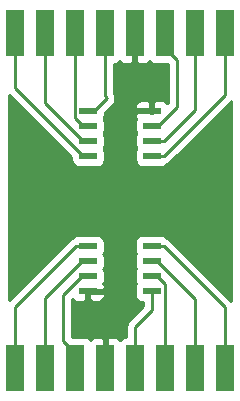
<source format=gbr>
G04 #@! TF.FileFunction,Copper,L1,Top,Signal*
%FSLAX46Y46*%
G04 Gerber Fmt 4.6, Leading zero omitted, Abs format (unit mm)*
G04 Created by KiCad (PCBNEW 4.0.7) date 02/25/19 14:18:28*
%MOMM*%
%LPD*%
G01*
G04 APERTURE LIST*
%ADD10C,0.100000*%
%ADD11R,1.550000X0.600000*%
%ADD12R,1.524000X4.000000*%
%ADD13C,0.600000*%
%ADD14C,0.250000*%
%ADD15C,0.254000*%
G04 APERTURE END LIST*
D10*
D11*
X145776000Y-97231200D03*
X145776000Y-98501200D03*
X145776000Y-99771200D03*
X145776000Y-101041200D03*
X151176000Y-101041200D03*
X151176000Y-99771200D03*
X151176000Y-98501200D03*
X151176000Y-97231200D03*
X151203640Y-89606120D03*
X151203640Y-88336120D03*
X151203640Y-87066120D03*
X151203640Y-85796120D03*
X145803640Y-85796120D03*
X145803640Y-87066120D03*
X145803640Y-88336120D03*
X145803640Y-89606120D03*
D12*
X139583160Y-79202280D03*
X142123160Y-79202280D03*
X144663160Y-79202280D03*
X147203160Y-79202280D03*
X149743160Y-79202280D03*
X152283160Y-79202280D03*
X154823160Y-79202280D03*
X157363160Y-79202280D03*
X157391000Y-107544000D03*
X154851000Y-107544000D03*
X152311000Y-107544000D03*
X149771000Y-107544000D03*
X147231000Y-107544000D03*
X144691000Y-107544000D03*
X142151000Y-107544000D03*
X139611000Y-107544000D03*
D13*
X149743160Y-82270600D03*
X147231000Y-104495600D03*
D14*
X145776000Y-99771200D02*
X145301000Y-99771200D01*
X145301000Y-99771200D02*
X143679000Y-101393200D01*
X143679000Y-101393200D02*
X143679000Y-105294000D01*
X143679000Y-105294000D02*
X144691000Y-106306000D01*
X145776000Y-97231200D02*
X144751000Y-97231200D01*
X144751000Y-97231200D02*
X139611000Y-102371200D01*
X139611000Y-102371200D02*
X139611000Y-105294000D01*
X139611000Y-105294000D02*
X139611000Y-107544000D01*
X149743160Y-83785640D02*
X149743160Y-82270600D01*
X149743160Y-79202280D02*
X149743160Y-82270600D01*
X147231000Y-103046200D02*
X147231000Y-104495600D01*
X147231000Y-104495600D02*
X147231000Y-105294000D01*
X147231000Y-92317802D02*
X147231000Y-104495600D01*
X149743160Y-79202280D02*
X149743160Y-89805642D01*
X149743160Y-89805642D02*
X147231000Y-92317802D01*
X151203640Y-85796120D02*
X151203640Y-85246120D01*
X151203640Y-85246120D02*
X149743160Y-83785640D01*
X145776000Y-101041200D02*
X145776000Y-101591200D01*
X145776000Y-101591200D02*
X147231000Y-103046200D01*
X147231000Y-105294000D02*
X147231000Y-107544000D01*
X151176000Y-99771200D02*
X151651000Y-99771200D01*
X151651000Y-99771200D02*
X152311000Y-100431200D01*
X152311000Y-100431200D02*
X152311000Y-105294000D01*
X152311000Y-105294000D02*
X152311000Y-107544000D01*
X151176000Y-102641120D02*
X149771000Y-104046120D01*
X149771000Y-104046120D02*
X149771000Y-107544000D01*
X151176000Y-101041200D02*
X151176000Y-102641120D01*
X145776000Y-98501200D02*
X145301000Y-98501200D01*
X145301000Y-98501200D02*
X142151000Y-101651200D01*
X142151000Y-101651200D02*
X142151000Y-105294000D01*
X142151000Y-105294000D02*
X142151000Y-107544000D01*
X151176000Y-97231200D02*
X152201000Y-97231200D01*
X152201000Y-97231200D02*
X157391000Y-102421200D01*
X157391000Y-102421200D02*
X157391000Y-105294000D01*
X157391000Y-105294000D02*
X157391000Y-107544000D01*
X151176000Y-98501200D02*
X151651000Y-98501200D01*
X151651000Y-98501200D02*
X154851000Y-101701200D01*
X154851000Y-101701200D02*
X154851000Y-105294000D01*
X154851000Y-105294000D02*
X154851000Y-107544000D01*
X145803640Y-89606120D02*
X145328640Y-89606120D01*
X145328640Y-89606120D02*
X139583160Y-83860640D01*
X139583160Y-83860640D02*
X139583160Y-81452280D01*
X139583160Y-81452280D02*
X139583160Y-79202280D01*
X145803640Y-88336120D02*
X145328640Y-88336120D01*
X145328640Y-88336120D02*
X142123160Y-85130640D01*
X142123160Y-85130640D02*
X142123160Y-81452280D01*
X142123160Y-81452280D02*
X142123160Y-79202280D01*
X145803640Y-87066120D02*
X145328640Y-87066120D01*
X145328640Y-87066120D02*
X144663160Y-86400640D01*
X144663160Y-86400640D02*
X144663160Y-81452280D01*
X144663160Y-81452280D02*
X144663160Y-79202280D01*
X147355560Y-84719200D02*
X147203160Y-84566800D01*
X147203160Y-84566800D02*
X147203160Y-79202280D01*
X145803640Y-85796120D02*
X146278640Y-85796120D01*
X146278640Y-85796120D02*
X147355560Y-84719200D01*
X151203640Y-87066120D02*
X151678640Y-87066120D01*
X151678640Y-87066120D02*
X153295160Y-85449600D01*
X153295160Y-85449600D02*
X153295160Y-81452280D01*
X153295160Y-81452280D02*
X152283160Y-80440280D01*
X151203640Y-88336120D02*
X152228640Y-88336120D01*
X152228640Y-88336120D02*
X154823160Y-85741600D01*
X154823160Y-85741600D02*
X154823160Y-81452280D01*
X154823160Y-81452280D02*
X154823160Y-79202280D01*
X151203640Y-89606120D02*
X152228640Y-89606120D01*
X152228640Y-89606120D02*
X157363160Y-84471600D01*
X157363160Y-84471600D02*
X157363160Y-81452280D01*
X157363160Y-81452280D02*
X157363160Y-79202280D01*
D15*
G36*
X149870160Y-79075280D02*
X149890160Y-79075280D01*
X149890160Y-79329280D01*
X149870160Y-79329280D01*
X149870160Y-81678530D01*
X150028910Y-81837280D01*
X150631469Y-81837280D01*
X150864858Y-81740607D01*
X151015831Y-81589634D01*
X151057070Y-81653721D01*
X151269270Y-81798711D01*
X151521160Y-81849720D01*
X152535160Y-81849720D01*
X152535160Y-85134797D01*
X152521820Y-85148137D01*
X152516967Y-85136421D01*
X152338338Y-84957793D01*
X152104949Y-84861120D01*
X151489390Y-84861120D01*
X151330640Y-85019870D01*
X151330640Y-85669120D01*
X151350640Y-85669120D01*
X151350640Y-85923120D01*
X151330640Y-85923120D01*
X151330640Y-85943120D01*
X151076640Y-85943120D01*
X151076640Y-85923120D01*
X149952390Y-85923120D01*
X149793640Y-86081870D01*
X149793640Y-86222430D01*
X149883446Y-86439242D01*
X149832209Y-86514230D01*
X149781200Y-86766120D01*
X149781200Y-87366120D01*
X149825478Y-87601437D01*
X149889318Y-87700648D01*
X149832209Y-87784230D01*
X149781200Y-88036120D01*
X149781200Y-88636120D01*
X149825478Y-88871437D01*
X149889318Y-88970648D01*
X149832209Y-89054230D01*
X149781200Y-89306120D01*
X149781200Y-89906120D01*
X149825478Y-90141437D01*
X149964550Y-90357561D01*
X150176750Y-90502551D01*
X150428640Y-90553560D01*
X151978640Y-90553560D01*
X152213957Y-90509282D01*
X152430081Y-90370210D01*
X152465000Y-90319105D01*
X152519479Y-90308268D01*
X152766041Y-90143521D01*
X157900561Y-85009001D01*
X157910460Y-84994186D01*
X157910460Y-93403420D01*
X157913000Y-93416189D01*
X157913000Y-101868398D01*
X152738401Y-96693799D01*
X152491839Y-96529052D01*
X152440199Y-96518780D01*
X152415090Y-96479759D01*
X152202890Y-96334769D01*
X151951000Y-96283760D01*
X150401000Y-96283760D01*
X150165683Y-96328038D01*
X149949559Y-96467110D01*
X149804569Y-96679310D01*
X149753560Y-96931200D01*
X149753560Y-97531200D01*
X149797838Y-97766517D01*
X149861678Y-97865728D01*
X149804569Y-97949310D01*
X149753560Y-98201200D01*
X149753560Y-98801200D01*
X149797838Y-99036517D01*
X149861678Y-99135728D01*
X149804569Y-99219310D01*
X149753560Y-99471200D01*
X149753560Y-100071200D01*
X149797838Y-100306517D01*
X149861678Y-100405728D01*
X149804569Y-100489310D01*
X149753560Y-100741200D01*
X149753560Y-101341200D01*
X149797838Y-101576517D01*
X149936910Y-101792641D01*
X150149110Y-101937631D01*
X150401000Y-101988640D01*
X150416000Y-101988640D01*
X150416000Y-102326318D01*
X149233599Y-103508719D01*
X149068852Y-103755281D01*
X149011000Y-104046120D01*
X149011000Y-104896560D01*
X149009000Y-104896560D01*
X148773683Y-104940838D01*
X148557559Y-105079910D01*
X148504537Y-105157511D01*
X148352698Y-105005673D01*
X148119309Y-104909000D01*
X147516750Y-104909000D01*
X147358000Y-105067750D01*
X147358000Y-107417000D01*
X147378000Y-107417000D01*
X147378000Y-107671000D01*
X147358000Y-107671000D01*
X147358000Y-107691000D01*
X147104000Y-107691000D01*
X147104000Y-107671000D01*
X147084000Y-107671000D01*
X147084000Y-107417000D01*
X147104000Y-107417000D01*
X147104000Y-105067750D01*
X146945250Y-104909000D01*
X146342691Y-104909000D01*
X146109302Y-105005673D01*
X145958329Y-105156646D01*
X145917090Y-105092559D01*
X145704890Y-104947569D01*
X145453000Y-104896560D01*
X144439000Y-104896560D01*
X144439000Y-101708002D01*
X144457820Y-101689182D01*
X144462673Y-101700899D01*
X144641302Y-101879527D01*
X144874691Y-101976200D01*
X145490250Y-101976200D01*
X145649000Y-101817450D01*
X145649000Y-101168200D01*
X145903000Y-101168200D01*
X145903000Y-101817450D01*
X146061750Y-101976200D01*
X146677309Y-101976200D01*
X146910698Y-101879527D01*
X147089327Y-101700899D01*
X147186000Y-101467510D01*
X147186000Y-101326950D01*
X147027250Y-101168200D01*
X145903000Y-101168200D01*
X145649000Y-101168200D01*
X145629000Y-101168200D01*
X145629000Y-100914200D01*
X145649000Y-100914200D01*
X145649000Y-100894200D01*
X145903000Y-100894200D01*
X145903000Y-100914200D01*
X147027250Y-100914200D01*
X147186000Y-100755450D01*
X147186000Y-100614890D01*
X147096194Y-100398078D01*
X147147431Y-100323090D01*
X147198440Y-100071200D01*
X147198440Y-99471200D01*
X147154162Y-99235883D01*
X147090322Y-99136672D01*
X147147431Y-99053090D01*
X147198440Y-98801200D01*
X147198440Y-98201200D01*
X147154162Y-97965883D01*
X147090322Y-97866672D01*
X147147431Y-97783090D01*
X147198440Y-97531200D01*
X147198440Y-96931200D01*
X147154162Y-96695883D01*
X147015090Y-96479759D01*
X146802890Y-96334769D01*
X146551000Y-96283760D01*
X145001000Y-96283760D01*
X144765683Y-96328038D01*
X144549559Y-96467110D01*
X144514640Y-96518215D01*
X144460161Y-96529052D01*
X144213599Y-96693799D01*
X139076500Y-101830898D01*
X139076500Y-93408500D01*
X139073960Y-93395731D01*
X139073960Y-84426242D01*
X144381200Y-89733482D01*
X144381200Y-89906120D01*
X144425478Y-90141437D01*
X144564550Y-90357561D01*
X144776750Y-90502551D01*
X145028640Y-90553560D01*
X146578640Y-90553560D01*
X146813957Y-90509282D01*
X147030081Y-90370210D01*
X147175071Y-90158010D01*
X147226080Y-89906120D01*
X147226080Y-89306120D01*
X147181802Y-89070803D01*
X147117962Y-88971592D01*
X147175071Y-88888010D01*
X147226080Y-88636120D01*
X147226080Y-88036120D01*
X147181802Y-87800803D01*
X147117962Y-87701592D01*
X147175071Y-87618010D01*
X147226080Y-87366120D01*
X147226080Y-86766120D01*
X147181802Y-86530803D01*
X147117962Y-86431592D01*
X147175071Y-86348010D01*
X147226080Y-86096120D01*
X147226080Y-85923482D01*
X147779752Y-85369810D01*
X149793640Y-85369810D01*
X149793640Y-85510370D01*
X149952390Y-85669120D01*
X151076640Y-85669120D01*
X151076640Y-85019870D01*
X150917890Y-84861120D01*
X150302331Y-84861120D01*
X150068942Y-84957793D01*
X149890313Y-85136421D01*
X149793640Y-85369810D01*
X147779752Y-85369810D01*
X147892961Y-85256601D01*
X148057708Y-85010039D01*
X148115560Y-84719200D01*
X148057708Y-84428361D01*
X147963160Y-84286860D01*
X147963160Y-81849720D01*
X147965160Y-81849720D01*
X148200477Y-81805442D01*
X148416601Y-81666370D01*
X148469623Y-81588769D01*
X148621462Y-81740607D01*
X148854851Y-81837280D01*
X149457410Y-81837280D01*
X149616160Y-81678530D01*
X149616160Y-79329280D01*
X149596160Y-79329280D01*
X149596160Y-79075280D01*
X149616160Y-79075280D01*
X149616160Y-79055280D01*
X149870160Y-79055280D01*
X149870160Y-79075280D01*
X149870160Y-79075280D01*
G37*
X149870160Y-79075280D02*
X149890160Y-79075280D01*
X149890160Y-79329280D01*
X149870160Y-79329280D01*
X149870160Y-81678530D01*
X150028910Y-81837280D01*
X150631469Y-81837280D01*
X150864858Y-81740607D01*
X151015831Y-81589634D01*
X151057070Y-81653721D01*
X151269270Y-81798711D01*
X151521160Y-81849720D01*
X152535160Y-81849720D01*
X152535160Y-85134797D01*
X152521820Y-85148137D01*
X152516967Y-85136421D01*
X152338338Y-84957793D01*
X152104949Y-84861120D01*
X151489390Y-84861120D01*
X151330640Y-85019870D01*
X151330640Y-85669120D01*
X151350640Y-85669120D01*
X151350640Y-85923120D01*
X151330640Y-85923120D01*
X151330640Y-85943120D01*
X151076640Y-85943120D01*
X151076640Y-85923120D01*
X149952390Y-85923120D01*
X149793640Y-86081870D01*
X149793640Y-86222430D01*
X149883446Y-86439242D01*
X149832209Y-86514230D01*
X149781200Y-86766120D01*
X149781200Y-87366120D01*
X149825478Y-87601437D01*
X149889318Y-87700648D01*
X149832209Y-87784230D01*
X149781200Y-88036120D01*
X149781200Y-88636120D01*
X149825478Y-88871437D01*
X149889318Y-88970648D01*
X149832209Y-89054230D01*
X149781200Y-89306120D01*
X149781200Y-89906120D01*
X149825478Y-90141437D01*
X149964550Y-90357561D01*
X150176750Y-90502551D01*
X150428640Y-90553560D01*
X151978640Y-90553560D01*
X152213957Y-90509282D01*
X152430081Y-90370210D01*
X152465000Y-90319105D01*
X152519479Y-90308268D01*
X152766041Y-90143521D01*
X157900561Y-85009001D01*
X157910460Y-84994186D01*
X157910460Y-93403420D01*
X157913000Y-93416189D01*
X157913000Y-101868398D01*
X152738401Y-96693799D01*
X152491839Y-96529052D01*
X152440199Y-96518780D01*
X152415090Y-96479759D01*
X152202890Y-96334769D01*
X151951000Y-96283760D01*
X150401000Y-96283760D01*
X150165683Y-96328038D01*
X149949559Y-96467110D01*
X149804569Y-96679310D01*
X149753560Y-96931200D01*
X149753560Y-97531200D01*
X149797838Y-97766517D01*
X149861678Y-97865728D01*
X149804569Y-97949310D01*
X149753560Y-98201200D01*
X149753560Y-98801200D01*
X149797838Y-99036517D01*
X149861678Y-99135728D01*
X149804569Y-99219310D01*
X149753560Y-99471200D01*
X149753560Y-100071200D01*
X149797838Y-100306517D01*
X149861678Y-100405728D01*
X149804569Y-100489310D01*
X149753560Y-100741200D01*
X149753560Y-101341200D01*
X149797838Y-101576517D01*
X149936910Y-101792641D01*
X150149110Y-101937631D01*
X150401000Y-101988640D01*
X150416000Y-101988640D01*
X150416000Y-102326318D01*
X149233599Y-103508719D01*
X149068852Y-103755281D01*
X149011000Y-104046120D01*
X149011000Y-104896560D01*
X149009000Y-104896560D01*
X148773683Y-104940838D01*
X148557559Y-105079910D01*
X148504537Y-105157511D01*
X148352698Y-105005673D01*
X148119309Y-104909000D01*
X147516750Y-104909000D01*
X147358000Y-105067750D01*
X147358000Y-107417000D01*
X147378000Y-107417000D01*
X147378000Y-107671000D01*
X147358000Y-107671000D01*
X147358000Y-107691000D01*
X147104000Y-107691000D01*
X147104000Y-107671000D01*
X147084000Y-107671000D01*
X147084000Y-107417000D01*
X147104000Y-107417000D01*
X147104000Y-105067750D01*
X146945250Y-104909000D01*
X146342691Y-104909000D01*
X146109302Y-105005673D01*
X145958329Y-105156646D01*
X145917090Y-105092559D01*
X145704890Y-104947569D01*
X145453000Y-104896560D01*
X144439000Y-104896560D01*
X144439000Y-101708002D01*
X144457820Y-101689182D01*
X144462673Y-101700899D01*
X144641302Y-101879527D01*
X144874691Y-101976200D01*
X145490250Y-101976200D01*
X145649000Y-101817450D01*
X145649000Y-101168200D01*
X145903000Y-101168200D01*
X145903000Y-101817450D01*
X146061750Y-101976200D01*
X146677309Y-101976200D01*
X146910698Y-101879527D01*
X147089327Y-101700899D01*
X147186000Y-101467510D01*
X147186000Y-101326950D01*
X147027250Y-101168200D01*
X145903000Y-101168200D01*
X145649000Y-101168200D01*
X145629000Y-101168200D01*
X145629000Y-100914200D01*
X145649000Y-100914200D01*
X145649000Y-100894200D01*
X145903000Y-100894200D01*
X145903000Y-100914200D01*
X147027250Y-100914200D01*
X147186000Y-100755450D01*
X147186000Y-100614890D01*
X147096194Y-100398078D01*
X147147431Y-100323090D01*
X147198440Y-100071200D01*
X147198440Y-99471200D01*
X147154162Y-99235883D01*
X147090322Y-99136672D01*
X147147431Y-99053090D01*
X147198440Y-98801200D01*
X147198440Y-98201200D01*
X147154162Y-97965883D01*
X147090322Y-97866672D01*
X147147431Y-97783090D01*
X147198440Y-97531200D01*
X147198440Y-96931200D01*
X147154162Y-96695883D01*
X147015090Y-96479759D01*
X146802890Y-96334769D01*
X146551000Y-96283760D01*
X145001000Y-96283760D01*
X144765683Y-96328038D01*
X144549559Y-96467110D01*
X144514640Y-96518215D01*
X144460161Y-96529052D01*
X144213599Y-96693799D01*
X139076500Y-101830898D01*
X139076500Y-93408500D01*
X139073960Y-93395731D01*
X139073960Y-84426242D01*
X144381200Y-89733482D01*
X144381200Y-89906120D01*
X144425478Y-90141437D01*
X144564550Y-90357561D01*
X144776750Y-90502551D01*
X145028640Y-90553560D01*
X146578640Y-90553560D01*
X146813957Y-90509282D01*
X147030081Y-90370210D01*
X147175071Y-90158010D01*
X147226080Y-89906120D01*
X147226080Y-89306120D01*
X147181802Y-89070803D01*
X147117962Y-88971592D01*
X147175071Y-88888010D01*
X147226080Y-88636120D01*
X147226080Y-88036120D01*
X147181802Y-87800803D01*
X147117962Y-87701592D01*
X147175071Y-87618010D01*
X147226080Y-87366120D01*
X147226080Y-86766120D01*
X147181802Y-86530803D01*
X147117962Y-86431592D01*
X147175071Y-86348010D01*
X147226080Y-86096120D01*
X147226080Y-85923482D01*
X147779752Y-85369810D01*
X149793640Y-85369810D01*
X149793640Y-85510370D01*
X149952390Y-85669120D01*
X151076640Y-85669120D01*
X151076640Y-85019870D01*
X150917890Y-84861120D01*
X150302331Y-84861120D01*
X150068942Y-84957793D01*
X149890313Y-85136421D01*
X149793640Y-85369810D01*
X147779752Y-85369810D01*
X147892961Y-85256601D01*
X148057708Y-85010039D01*
X148115560Y-84719200D01*
X148057708Y-84428361D01*
X147963160Y-84286860D01*
X147963160Y-81849720D01*
X147965160Y-81849720D01*
X148200477Y-81805442D01*
X148416601Y-81666370D01*
X148469623Y-81588769D01*
X148621462Y-81740607D01*
X148854851Y-81837280D01*
X149457410Y-81837280D01*
X149616160Y-81678530D01*
X149616160Y-79329280D01*
X149596160Y-79329280D01*
X149596160Y-79075280D01*
X149616160Y-79075280D01*
X149616160Y-79055280D01*
X149870160Y-79055280D01*
X149870160Y-79075280D01*
M02*

</source>
